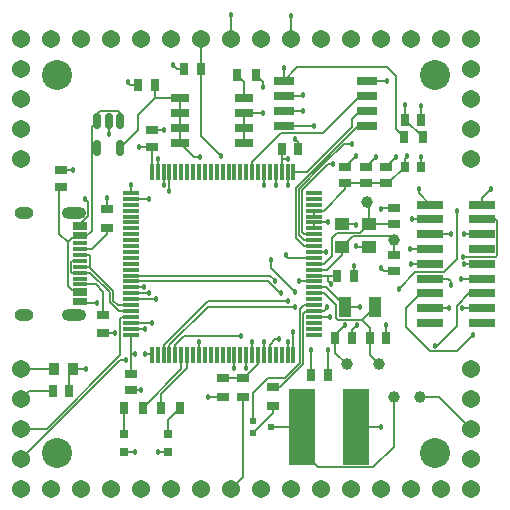
<source format=gbr>
%TF.GenerationSoftware,KiCad,Pcbnew,8.0.6-8.0.6-0~ubuntu24.04.1*%
%TF.CreationDate,2024-10-23T10:12:53-04:00*%
%TF.ProjectId,ta-expt-v2,74612d65-7870-4742-9d76-322e6b696361,rev?*%
%TF.SameCoordinates,Original*%
%TF.FileFunction,Copper,L1,Top*%
%TF.FilePolarity,Positive*%
%FSLAX46Y46*%
G04 Gerber Fmt 4.6, Leading zero omitted, Abs format (unit mm)*
G04 Created by KiCad (PCBNEW 8.0.6-8.0.6-0~ubuntu24.04.1) date 2024-10-23 10:12:53*
%MOMM*%
%LPD*%
G01*
G04 APERTURE LIST*
G04 Aperture macros list*
%AMRoundRect*
0 Rectangle with rounded corners*
0 $1 Rounding radius*
0 $2 $3 $4 $5 $6 $7 $8 $9 X,Y pos of 4 corners*
0 Add a 4 corners polygon primitive as box body*
4,1,4,$2,$3,$4,$5,$6,$7,$8,$9,$2,$3,0*
0 Add four circle primitives for the rounded corners*
1,1,$1+$1,$2,$3*
1,1,$1+$1,$4,$5*
1,1,$1+$1,$6,$7*
1,1,$1+$1,$8,$9*
0 Add four rect primitives between the rounded corners*
20,1,$1+$1,$2,$3,$4,$5,0*
20,1,$1+$1,$4,$5,$6,$7,0*
20,1,$1+$1,$6,$7,$8,$9,0*
20,1,$1+$1,$8,$9,$2,$3,0*%
G04 Aperture macros list end*
%TA.AperFunction,SMDPad,CuDef*%
%ADD10R,0.780000X0.990000*%
%TD*%
%TA.AperFunction,SMDPad,CuDef*%
%ADD11R,1.525000X0.650000*%
%TD*%
%TA.AperFunction,SMDPad,CuDef*%
%ADD12C,1.000000*%
%TD*%
%TA.AperFunction,SMDPad,CuDef*%
%ADD13R,1.000000X0.800000*%
%TD*%
%TA.AperFunction,SMDPad,CuDef*%
%ADD14R,0.800000X1.000000*%
%TD*%
%TA.AperFunction,SMDPad,CuDef*%
%ADD15R,0.800000X0.800000*%
%TD*%
%TA.AperFunction,SMDPad,CuDef*%
%ADD16R,0.990000X0.780000*%
%TD*%
%TA.AperFunction,SMDPad,CuDef*%
%ADD17R,0.630000X0.480000*%
%TD*%
%TA.AperFunction,SMDPad,CuDef*%
%ADD18R,2.300000X0.700000*%
%TD*%
%TA.AperFunction,SMDPad,CuDef*%
%ADD19R,1.150000X0.300000*%
%TD*%
%TA.AperFunction,ComponentPad*%
%ADD20O,2.100000X1.000000*%
%TD*%
%TA.AperFunction,ComponentPad*%
%ADD21O,1.600000X1.000000*%
%TD*%
%TA.AperFunction,SMDPad,CuDef*%
%ADD22R,1.475000X0.300000*%
%TD*%
%TA.AperFunction,SMDPad,CuDef*%
%ADD23R,0.300000X1.475000*%
%TD*%
%TA.AperFunction,ComponentPad*%
%ADD24C,1.540000*%
%TD*%
%TA.AperFunction,SMDPad,CuDef*%
%ADD25R,0.750000X0.940000*%
%TD*%
%TA.AperFunction,SMDPad,CuDef*%
%ADD26R,1.300000X1.100000*%
%TD*%
%TA.AperFunction,SMDPad,CuDef*%
%ADD27RoundRect,0.150000X-0.150000X0.512500X-0.150000X-0.512500X0.150000X-0.512500X0.150000X0.512500X0*%
%TD*%
%TA.AperFunction,SMDPad,CuDef*%
%ADD28R,2.300000X6.400000*%
%TD*%
%TA.AperFunction,SMDPad,CuDef*%
%ADD29R,1.000000X1.800000*%
%TD*%
%TA.AperFunction,SMDPad,CuDef*%
%ADD30R,1.785000X0.650000*%
%TD*%
%TA.AperFunction,ComponentPad*%
%ADD31C,2.540000*%
%TD*%
%TA.AperFunction,SMDPad,CuDef*%
%ADD32R,0.900000X1.000000*%
%TD*%
%TA.AperFunction,ViaPad*%
%ADD33C,0.457200*%
%TD*%
%TA.AperFunction,Conductor*%
%ADD34C,0.127000*%
%TD*%
%TA.AperFunction,Conductor*%
%ADD35C,0.203200*%
%TD*%
G04 APERTURE END LIST*
D10*
%TO.P,C4,1*%
%TO.N,Net-(IC3-PC15-OSC32_OUT)*%
X162550000Y-114300000D03*
%TO.P,C4,2*%
%TO.N,GND*%
X163950000Y-114300000D03*
%TD*%
D11*
%TO.P,IC2,1,S_1*%
%TO.N,/VDD_FILT*%
X154824000Y-97750000D03*
%TO.P,IC2,2,S_2*%
X154824000Y-96480000D03*
%TO.P,IC2,3,S_3*%
X154824000Y-95210000D03*
%TO.P,IC2,4,G*%
%TO.N,Net-(IC2-G)*%
X154824000Y-93940000D03*
%TO.P,IC2,5,D_1*%
%TO.N,/LDO_OUT*%
X149400000Y-93940000D03*
%TO.P,IC2,6,D_2*%
X149400000Y-95210000D03*
%TO.P,IC2,7,D_3*%
X149400000Y-96480000D03*
%TO.P,IC2,8,D_4*%
X149400000Y-97750000D03*
%TD*%
D12*
%TO.P,TP3,1*%
%TO.N,Net-(IC3-PC15-OSC32_OUT)*%
X163500000Y-116500000D03*
%TD*%
%TO.P,TP5,1*%
%TO.N,Net-(IC1-A1{slash}K2)*%
X167500000Y-119250000D03*
%TD*%
D10*
%TO.P,C14,1*%
%TO.N,GND*%
X159400000Y-98300000D03*
%TO.P,C14,2*%
%TO.N,/VDD_FILT*%
X158000000Y-98300000D03*
%TD*%
D13*
%TO.P,R6,1*%
%TO.N,/BOOT0*%
X154700000Y-119250000D03*
%TO.P,R6,2*%
%TO.N,Net-(IC3-PH3-BOOT0)*%
X154700000Y-117650000D03*
%TD*%
D14*
%TO.P,R7,1*%
%TO.N,/VDD_FILT*%
X169950000Y-97300000D03*
%TO.P,R7,2*%
%TO.N,/QUADSPI_BK2_NCS*%
X168350000Y-97300000D03*
%TD*%
D12*
%TO.P,TP1,1*%
%TO.N,Net-(IC3-PH1-OSC_OUT)*%
X165250000Y-102750000D03*
%TD*%
D13*
%TO.P,R3,1*%
%TO.N,Net-(IC1-K1)*%
X157250000Y-120050000D03*
%TO.P,R3,2*%
%TO.N,/LDO_OUT*%
X157250000Y-118450000D03*
%TD*%
D15*
%TO.P,LED2,1,K*%
%TO.N,GND*%
X148350000Y-123900000D03*
%TO.P,LED2,2,A*%
%TO.N,Net-(LED2-A)*%
X148350000Y-122400000D03*
%TD*%
D10*
%TO.P,C19,1*%
%TO.N,/LDO_OUT*%
X147250000Y-92850000D03*
%TO.P,C19,2*%
%TO.N,GND*%
X145850000Y-92850000D03*
%TD*%
D14*
%TO.P,R4,1*%
%TO.N,/Control*%
X155800000Y-92000000D03*
%TO.P,R4,2*%
%TO.N,Net-(IC2-G)*%
X154200000Y-92000000D03*
%TD*%
D16*
%TO.P,C9,1*%
%TO.N,/VDD_FILT*%
X165100000Y-101200000D03*
%TO.P,C9,2*%
%TO.N,GND*%
X165100000Y-99800000D03*
%TD*%
D17*
%TO.P,IC1,1,A2*%
%TO.N,/V_BAT*%
X155545000Y-121350000D03*
%TO.P,IC1,2,K1*%
%TO.N,Net-(IC1-K1)*%
X155545000Y-122350000D03*
%TO.P,IC1,3,A1/K2*%
%TO.N,Net-(IC1-A1{slash}K2)*%
X157055000Y-121850000D03*
%TD*%
D18*
%TO.P,J5,1,1*%
%TO.N,unconnected-(J5-Pad1)*%
X170575000Y-113000000D03*
%TO.P,J5,2,2*%
%TO.N,unconnected-(J5-Pad2)*%
X174925000Y-113000000D03*
%TO.P,J5,3,3*%
%TO.N,/DCMI_D3*%
X170575000Y-111750000D03*
%TO.P,J5,4,4*%
%TO.N,/DCMI_D2*%
X174925000Y-111750000D03*
%TO.P,J5,5,5*%
%TO.N,/DCMI_D5*%
X170575000Y-110500000D03*
%TO.P,J5,6,6*%
%TO.N,/DCMI_D4*%
X174925000Y-110500000D03*
%TO.P,J5,7,7*%
%TO.N,/DCMI_D7*%
X170575000Y-109250000D03*
%TO.P,J5,8,8*%
%TO.N,/DCMI_D6*%
X174925000Y-109250000D03*
%TO.P,J5,9,9*%
%TO.N,/DCMI_D9*%
X170575000Y-108000000D03*
%TO.P,J5,10,10*%
%TO.N,/DCMI_D8*%
X174925000Y-108000000D03*
%TO.P,J5,11,11*%
%TO.N,/DCMI_PIXCLK*%
X170575000Y-106750000D03*
%TO.P,J5,12,12*%
%TO.N,unconnected-(J5-Pad12)*%
X174925000Y-106750000D03*
%TO.P,J5,13,13*%
%TO.N,/DCMI_VSYNC*%
X170575000Y-105500000D03*
%TO.P,J5,14,14*%
%TO.N,/DCMI_HSYNC*%
X174925000Y-105500000D03*
%TO.P,J5,15,15*%
%TO.N,/I2C3_SCL*%
X170575000Y-104250000D03*
%TO.P,J5,16,16*%
%TO.N,/I2C3_SDA*%
X174925000Y-104250000D03*
%TO.P,J5,17,17*%
%TO.N,/VDD_FILT*%
X170575000Y-103000000D03*
%TO.P,J5,18,18*%
%TO.N,GND*%
X174925000Y-103000000D03*
%TD*%
D19*
%TO.P,J3,A1,GND*%
%TO.N,GND*%
X140955000Y-104650000D03*
%TO.P,J3,A4,VBUS*%
%TO.N,/VBUS*%
X140955000Y-105450000D03*
%TO.P,J3,A5,CC1*%
%TO.N,Net-(J3-CC1)*%
X140955000Y-106750000D03*
%TO.P,J3,A6,D+*%
%TO.N,/D+*%
X140955000Y-107750000D03*
%TO.P,J3,A7,D-*%
%TO.N,/D-*%
X140955000Y-108250000D03*
%TO.P,J3,A8,SBU1*%
%TO.N,unconnected-(J3-SBU1-PadA8)*%
X140955000Y-109250000D03*
%TO.P,J3,A9,VBUS*%
%TO.N,/VBUS*%
X140955000Y-110550000D03*
%TO.P,J3,A12,GND*%
%TO.N,GND*%
X140955000Y-111350000D03*
%TO.P,J3,B1,GND*%
X140955000Y-111050000D03*
%TO.P,J3,B4,VBUS*%
%TO.N,/VBUS*%
X140955000Y-110250000D03*
%TO.P,J3,B5,CC2*%
%TO.N,Net-(J3-CC2)*%
X140955000Y-109750000D03*
%TO.P,J3,B6,D+*%
%TO.N,/D+*%
X140955000Y-108750000D03*
%TO.P,J3,B7,D-*%
%TO.N,/D-*%
X140955000Y-107250000D03*
%TO.P,J3,B8,SBU2*%
%TO.N,unconnected-(J3-SBU2-PadB8)*%
X140955000Y-106250000D03*
%TO.P,J3,B9,VBUS*%
%TO.N,/VBUS*%
X140955000Y-105750000D03*
%TO.P,J3,B12,GND*%
%TO.N,GND*%
X140955000Y-104950000D03*
D20*
%TO.P,J3,S1,SHIELD*%
%TO.N,unconnected-(J3-SHIELD-PadS1)*%
X140390000Y-103680000D03*
D21*
X136210000Y-103680000D03*
D20*
X140390000Y-112320000D03*
D21*
X136210000Y-112320000D03*
%TD*%
D16*
%TO.P,C6,1*%
%TO.N,Net-(IC3-PH0-OSC_IN)*%
X167500000Y-107250000D03*
%TO.P,C6,2*%
%TO.N,GND*%
X167500000Y-108650000D03*
%TD*%
D10*
%TO.P,C10,1*%
%TO.N,/NRST*%
X151150000Y-91550000D03*
%TO.P,C10,2*%
%TO.N,GND*%
X149750000Y-91550000D03*
%TD*%
D16*
%TO.P,C7,1*%
%TO.N,/VDD_FILT*%
X166800000Y-101200000D03*
%TO.P,C7,2*%
%TO.N,GND*%
X166800000Y-99800000D03*
%TD*%
D22*
%TO.P,IC3,1,PE2*%
%TO.N,unconnected-(IC3-PE2-Pad1)*%
X160738000Y-114000000D03*
%TO.P,IC3,2,PE3*%
%TO.N,unconnected-(IC3-PE3-Pad2)*%
X160738000Y-113500000D03*
%TO.P,IC3,3,PE4*%
%TO.N,unconnected-(IC3-PE4-Pad3)*%
X160738000Y-113000000D03*
%TO.P,IC3,4,PE5*%
%TO.N,/Control*%
X160738000Y-112500000D03*
%TO.P,IC3,5,PE6*%
%TO.N,/LDO_OUT*%
X160738000Y-112000000D03*
%TO.P,IC3,6,VBAT*%
%TO.N,/V_BAT*%
X160738000Y-111500000D03*
%TO.P,IC3,7,PC13*%
%TO.N,unconnected-(IC3-PC13-Pad7)*%
X160738000Y-111000000D03*
%TO.P,IC3,8,PC14-OSC32_IN*%
%TO.N,Net-(IC3-PC14-OSC32_IN)*%
X160738000Y-110500000D03*
%TO.P,IC3,9,PC15-OSC32_OUT*%
%TO.N,Net-(IC3-PC15-OSC32_OUT)*%
X160738000Y-110000000D03*
%TO.P,IC3,10,VSS_1*%
%TO.N,GND*%
X160738000Y-109500000D03*
%TO.P,IC3,11,VDD_1*%
%TO.N,/VDD_FILT*%
X160738000Y-109000000D03*
%TO.P,IC3,12,PH0-OSC_IN*%
%TO.N,Net-(IC3-PH0-OSC_IN)*%
X160738000Y-108500000D03*
%TO.P,IC3,13,PH1-OSC_OUT*%
%TO.N,Net-(IC3-PH1-OSC_OUT)*%
X160738000Y-108000000D03*
%TO.P,IC3,14,NRST*%
%TO.N,/NRST*%
X160738000Y-107500000D03*
%TO.P,IC3,15,PC0*%
%TO.N,/I2C3_SCL*%
X160738000Y-107000000D03*
%TO.P,IC3,16,PC1*%
%TO.N,/QUADSPI_BK2_IO0*%
X160738000Y-106500000D03*
%TO.P,IC3,17,PC2*%
%TO.N,/QUADSPI_BK2_IO1*%
X160738000Y-106000000D03*
%TO.P,IC3,18,PC3*%
%TO.N,/QUADSPI_BK2_IO2*%
X160738000Y-105500000D03*
%TO.P,IC3,19,VSSA*%
%TO.N,GND*%
X160738000Y-105000000D03*
%TO.P,IC3,20,VREF-*%
X160738000Y-104500000D03*
%TO.P,IC3,21,VREF+*%
%TO.N,/VDD_FILT*%
X160738000Y-104000000D03*
%TO.P,IC3,22,VDDA*%
X160738000Y-103500000D03*
%TO.P,IC3,23,PA0*%
%TO.N,unconnected-(IC3-PA0-Pad23)*%
X160738000Y-103000000D03*
%TO.P,IC3,24,PA1*%
%TO.N,unconnected-(IC3-PA1-Pad24)*%
X160738000Y-102500000D03*
%TO.P,IC3,25,PA2*%
%TO.N,unconnected-(IC3-PA2-Pad25)*%
X160738000Y-102000000D03*
D23*
%TO.P,IC3,26,PA3*%
%TO.N,/QUADSPI_CLK*%
X159000000Y-100262000D03*
%TO.P,IC3,27,VSS_2*%
%TO.N,GND*%
X158500000Y-100262000D03*
%TO.P,IC3,28,VDD_2*%
%TO.N,/VDD_FILT*%
X158000000Y-100262000D03*
%TO.P,IC3,29,PA4*%
%TO.N,/DCMI_HSYNC*%
X157500000Y-100262000D03*
%TO.P,IC3,30,PA5*%
%TO.N,unconnected-(IC3-PA5-Pad30)*%
X157000000Y-100262000D03*
%TO.P,IC3,31,PA6*%
%TO.N,/DCMI_PIXCLK*%
X156500000Y-100262000D03*
%TO.P,IC3,32,PA7*%
%TO.N,unconnected-(IC3-PA7-Pad32)*%
X156000000Y-100262000D03*
%TO.P,IC3,33,PC4*%
%TO.N,/QUADSPI_BK2_IO3*%
X155500000Y-100262000D03*
%TO.P,IC3,34,PC5*%
%TO.N,unconnected-(IC3-PC5-Pad34)*%
X155000000Y-100262000D03*
%TO.P,IC3,35,PB0*%
%TO.N,unconnected-(IC3-PB0-Pad35)*%
X154500000Y-100262000D03*
%TO.P,IC3,36,PB1*%
%TO.N,unconnected-(IC3-PB1-Pad36)*%
X154000000Y-100262000D03*
%TO.P,IC3,37,PB2*%
%TO.N,unconnected-(IC3-PB2-Pad37)*%
X153500000Y-100262000D03*
%TO.P,IC3,38,PE7*%
%TO.N,unconnected-(IC3-PE7-Pad38)*%
X153000000Y-100262000D03*
%TO.P,IC3,39,PE8*%
%TO.N,unconnected-(IC3-PE8-Pad39)*%
X152500000Y-100262000D03*
%TO.P,IC3,40,PE9*%
%TO.N,unconnected-(IC3-PE9-Pad40)*%
X152000000Y-100262000D03*
%TO.P,IC3,41,PE10*%
%TO.N,unconnected-(IC3-PE10-Pad41)*%
X151500000Y-100262000D03*
%TO.P,IC3,42,PE11*%
%TO.N,unconnected-(IC3-PE11-Pad42)*%
X151000000Y-100262000D03*
%TO.P,IC3,43,PE12*%
%TO.N,unconnected-(IC3-PE12-Pad43)*%
X150500000Y-100262000D03*
%TO.P,IC3,44,PE13*%
%TO.N,unconnected-(IC3-PE13-Pad44)*%
X150000000Y-100262000D03*
%TO.P,IC3,45,PE14*%
%TO.N,unconnected-(IC3-PE14-Pad45)*%
X149500000Y-100262000D03*
%TO.P,IC3,46,PE15*%
%TO.N,unconnected-(IC3-PE15-Pad46)*%
X149000000Y-100262000D03*
%TO.P,IC3,47,PB10*%
%TO.N,/LPUART_RX*%
X148500000Y-100262000D03*
%TO.P,IC3,48,PB11*%
%TO.N,/LPUART_TX*%
X148000000Y-100262000D03*
%TO.P,IC3,49,VSS_3*%
%TO.N,GND*%
X147500000Y-100262000D03*
%TO.P,IC3,50,VDD_3*%
%TO.N,/VDD_FILT*%
X147000000Y-100262000D03*
D22*
%TO.P,IC3,51,PB12*%
%TO.N,/LPUART_RTS*%
X145262000Y-102000000D03*
%TO.P,IC3,52,PB13*%
%TO.N,/LPUART_CTS*%
X145262000Y-102500000D03*
%TO.P,IC3,53,PB14*%
%TO.N,unconnected-(IC3-PB14-Pad53)*%
X145262000Y-103000000D03*
%TO.P,IC3,54,PB15*%
%TO.N,unconnected-(IC3-PB15-Pad54)*%
X145262000Y-103500000D03*
%TO.P,IC3,55,PD8*%
%TO.N,unconnected-(IC3-PD8-Pad55)*%
X145262000Y-104000000D03*
%TO.P,IC3,56,PD9*%
%TO.N,unconnected-(IC3-PD9-Pad56)*%
X145262000Y-104500000D03*
%TO.P,IC3,57,PD10*%
%TO.N,unconnected-(IC3-PD10-Pad57)*%
X145262000Y-105000000D03*
%TO.P,IC3,58,PD11*%
%TO.N,unconnected-(IC3-PD11-Pad58)*%
X145262000Y-105500000D03*
%TO.P,IC3,59,PD12*%
%TO.N,unconnected-(IC3-PD12-Pad59)*%
X145262000Y-106000000D03*
%TO.P,IC3,60,PD13*%
%TO.N,unconnected-(IC3-PD13-Pad60)*%
X145262000Y-106500000D03*
%TO.P,IC3,61,PD14*%
%TO.N,unconnected-(IC3-PD14-Pad61)*%
X145262000Y-107000000D03*
%TO.P,IC3,62,PD15*%
%TO.N,unconnected-(IC3-PD15-Pad62)*%
X145262000Y-107500000D03*
%TO.P,IC3,63,PC6*%
%TO.N,unconnected-(IC3-PC6-Pad63)*%
X145262000Y-108000000D03*
%TO.P,IC3,64,PC7*%
%TO.N,unconnected-(IC3-PC7-Pad64)*%
X145262000Y-108500000D03*
%TO.P,IC3,65,PC8*%
%TO.N,/DCMI_D2*%
X145262000Y-109000000D03*
%TO.P,IC3,66,PC9*%
%TO.N,/DCMI_D3*%
X145262000Y-109500000D03*
%TO.P,IC3,67,PA8*%
%TO.N,/USART1_CK*%
X145262000Y-110000000D03*
%TO.P,IC3,68,PA9*%
%TO.N,/USART1_TX*%
X145262000Y-110500000D03*
%TO.P,IC3,69,PA10*%
%TO.N,/USART1_RX*%
X145262000Y-111000000D03*
%TO.P,IC3,70,PA11*%
%TO.N,/D-*%
X145262000Y-111500000D03*
%TO.P,IC3,71,PA12*%
%TO.N,/D+*%
X145262000Y-112000000D03*
%TO.P,IC3,72,PA13*%
%TO.N,/SWDIO*%
X145262000Y-112500000D03*
%TO.P,IC3,73,VDDUSB*%
%TO.N,/VDD_FILT*%
X145262000Y-113000000D03*
%TO.P,IC3,74,VSS_4*%
%TO.N,GND*%
X145262000Y-113500000D03*
%TO.P,IC3,75,VDD_4*%
%TO.N,/VDD_FILT*%
X145262000Y-114000000D03*
D23*
%TO.P,IC3,76,PA14*%
%TO.N,/SWCLK*%
X147000000Y-115738000D03*
%TO.P,IC3,77,PA15*%
%TO.N,unconnected-(IC3-PA15-Pad77)*%
X147500000Y-115738000D03*
%TO.P,IC3,78,PC10*%
%TO.N,/DCMI_D8*%
X148000000Y-115738000D03*
%TO.P,IC3,79,PC11*%
%TO.N,/DCMI_D4*%
X148500000Y-115738000D03*
%TO.P,IC3,80,PC12*%
%TO.N,/DCMI_D9*%
X149000000Y-115738000D03*
%TO.P,IC3,81,PD0*%
%TO.N,/LED1*%
X149500000Y-115738000D03*
%TO.P,IC3,82,PD1*%
%TO.N,/LED2*%
X150000000Y-115738000D03*
%TO.P,IC3,83,PD2*%
%TO.N,unconnected-(IC3-PD2-Pad83)*%
X150500000Y-115738000D03*
%TO.P,IC3,84,PD3*%
%TO.N,/QUADSPI_BK2_NCS*%
X151000000Y-115738000D03*
%TO.P,IC3,85,PD4*%
%TO.N,unconnected-(IC3-PD4-Pad85)*%
X151500000Y-115738000D03*
%TO.P,IC3,86,PD5*%
%TO.N,unconnected-(IC3-PD5-Pad86)*%
X152000000Y-115738000D03*
%TO.P,IC3,87,PD6*%
%TO.N,unconnected-(IC3-PD6-Pad87)*%
X152500000Y-115738000D03*
%TO.P,IC3,88,PD7*%
%TO.N,unconnected-(IC3-PD7-Pad88)*%
X153000000Y-115738000D03*
%TO.P,IC3,89,PB3*%
%TO.N,unconnected-(IC3-PB3-Pad89)*%
X153500000Y-115738000D03*
%TO.P,IC3,90,PB4*%
%TO.N,/I2C3_SDA*%
X154000000Y-115738000D03*
%TO.P,IC3,91,PB5*%
%TO.N,unconnected-(IC3-PB5-Pad91)*%
X154500000Y-115738000D03*
%TO.P,IC3,92,PB6*%
%TO.N,/DCMI_D5*%
X155000000Y-115738000D03*
%TO.P,IC3,93,PB7*%
%TO.N,/DCMI_VSYNC*%
X155500000Y-115738000D03*
%TO.P,IC3,94,PH3-BOOT0*%
%TO.N,Net-(IC3-PH3-BOOT0)*%
X156000000Y-115738000D03*
%TO.P,IC3,95,PB8*%
%TO.N,/DCMI_D6*%
X156500000Y-115738000D03*
%TO.P,IC3,96,PB9*%
%TO.N,/DCMI_D7*%
X157000000Y-115738000D03*
%TO.P,IC3,97,PE0*%
%TO.N,unconnected-(IC3-PE0-Pad97)*%
X157500000Y-115738000D03*
%TO.P,IC3,98,PE1*%
%TO.N,unconnected-(IC3-PE1-Pad98)*%
X158000000Y-115738000D03*
%TO.P,IC3,99,VSS_5*%
%TO.N,GND*%
X158500000Y-115738000D03*
%TO.P,IC3,100,VDD_5*%
%TO.N,/VDD_FILT*%
X159000000Y-115738000D03*
%TD*%
D16*
%TO.P,C13,1*%
%TO.N,/VDD_FILT*%
X147000000Y-98100000D03*
%TO.P,C13,2*%
%TO.N,GND*%
X147000000Y-96700000D03*
%TD*%
D13*
%TO.P,R9,1*%
%TO.N,GND*%
X142900000Y-113900000D03*
%TO.P,R9,2*%
%TO.N,Net-(J3-CC2)*%
X142900000Y-112300000D03*
%TD*%
D24*
%TO.P,J7,1,Pin_1*%
%TO.N,VDD*%
X135950000Y-116890000D03*
%TO.P,J7,2,Pin_2*%
%TO.N,GND*%
X135950000Y-119430000D03*
%TO.P,J7,3,Pin_3*%
%TO.N,/SWDIO*%
X135950000Y-121970000D03*
%TO.P,J7,4,Pin_4*%
%TO.N,/SWCLK*%
X135950000Y-124510000D03*
%TD*%
D25*
%TO.P,C5,1*%
%TO.N,/VDD_FILT*%
X168400000Y-99800000D03*
%TO.P,C5,2*%
%TO.N,GND*%
X169800000Y-99800000D03*
%TD*%
D14*
%TO.P,R2,1*%
%TO.N,/LED2*%
X147800000Y-120200000D03*
%TO.P,R2,2*%
%TO.N,Net-(LED2-A)*%
X149400000Y-120200000D03*
%TD*%
%TO.P,R1,1*%
%TO.N,/LED1*%
X146250000Y-120200000D03*
%TO.P,R1,2*%
%TO.N,Net-(LED1-A)*%
X144650000Y-120200000D03*
%TD*%
D16*
%TO.P,C18,1*%
%TO.N,GND*%
X139350000Y-100100000D03*
%TO.P,C18,2*%
%TO.N,/VBUS*%
X139350000Y-101500000D03*
%TD*%
%TO.P,C16,1*%
%TO.N,GND*%
X145200000Y-118700000D03*
%TO.P,C16,2*%
%TO.N,/VDD_FILT*%
X145200000Y-117300000D03*
%TD*%
D24*
%TO.P,J8,1,Pin_1*%
%TO.N,unconnected-(J8-Pin_1-Pad1)*%
X135950000Y-127050000D03*
%TO.P,J8,2,Pin_2*%
%TO.N,unconnected-(J8-Pin_2-Pad2)*%
X138490000Y-127050000D03*
%TO.P,J8,3,Pin_3*%
%TO.N,unconnected-(J8-Pin_3-Pad3)*%
X141030000Y-127050000D03*
%TO.P,J8,4,Pin_4*%
%TO.N,unconnected-(J8-Pin_4-Pad4)*%
X143570000Y-127050000D03*
%TO.P,J8,5,Pin_5*%
%TO.N,unconnected-(J8-Pin_5-Pad5)*%
X146110000Y-127050000D03*
%TO.P,J8,6,Pin_6*%
%TO.N,unconnected-(J8-Pin_6-Pad6)*%
X148650000Y-127050000D03*
%TO.P,J8,7,Pin_7*%
%TO.N,unconnected-(J8-Pin_7-Pad7)*%
X151190000Y-127050000D03*
%TO.P,J8,8,Pin_8*%
%TO.N,/BOOT0*%
X153730000Y-127050000D03*
%TO.P,J8,9,Pin_9*%
%TO.N,/LPUART_CTS*%
X156270000Y-127050000D03*
%TO.P,J8,10,Pin_10*%
%TO.N,/LPUART_TX*%
X158810000Y-127050000D03*
%TO.P,J8,11,Pin_11*%
%TO.N,/LPUART_RX*%
X161350000Y-127050000D03*
%TO.P,J8,12,Pin_12*%
%TO.N,/LPUART_RTS*%
X163890000Y-127050000D03*
%TO.P,J8,13,Pin_13*%
%TO.N,unconnected-(J8-Pin_13-Pad13)*%
X166430000Y-127050000D03*
%TO.P,J8,14,Pin_14*%
%TO.N,unconnected-(J8-Pin_14-Pad14)*%
X168970000Y-127050000D03*
%TO.P,J8,15,Pin_15*%
%TO.N,unconnected-(J8-Pin_15-Pad15)*%
X171510000Y-127050000D03*
%TO.P,J8,16,Pin_16*%
%TO.N,unconnected-(J8-Pin_16-Pad16)*%
X174050000Y-127050000D03*
%TD*%
D15*
%TO.P,LED1,1,K*%
%TO.N,GND*%
X144650000Y-123900000D03*
%TO.P,LED1,2,A*%
%TO.N,Net-(LED1-A)*%
X144650000Y-122400000D03*
%TD*%
D16*
%TO.P,C12,1*%
%TO.N,/VDD_FILT*%
X163400000Y-101200000D03*
%TO.P,C12,2*%
%TO.N,GND*%
X163400000Y-99800000D03*
%TD*%
D12*
%TO.P,TP6,1*%
%TO.N,GND*%
X169750000Y-119250000D03*
%TD*%
D10*
%TO.P,C15,1*%
%TO.N,GND*%
X164100000Y-109000000D03*
%TO.P,C15,2*%
%TO.N,/VDD_FILT*%
X162700000Y-109000000D03*
%TD*%
D24*
%TO.P,J1,2,Pin_2*%
%TO.N,unconnected-(J1-Pin_2-Pad2)*%
X174050000Y-124510000D03*
%TO.P,J1,3,Pin_3*%
%TO.N,GND*%
X174050000Y-121970000D03*
%TO.P,J1,4,Pin_4*%
%TO.N,unconnected-(J1-Pin_4-Pad4)*%
X174050000Y-119430000D03*
%TO.P,J1,5,Pin_5*%
%TO.N,unconnected-(J1-Pin_5-Pad5)*%
X174050000Y-116890000D03*
%TD*%
D26*
%TO.P,Y1,1,CRYSTAL_1*%
%TO.N,Net-(IC3-PH0-OSC_IN)*%
X163100000Y-106575000D03*
%TO.P,Y1,2,GND_1*%
%TO.N,GND*%
X165400000Y-106575000D03*
%TO.P,Y1,3,CRYSTAL_2*%
%TO.N,Net-(IC3-PH1-OSC_OUT)*%
X165400000Y-104675000D03*
%TO.P,Y1,4,GND_2*%
%TO.N,GND*%
X163100000Y-104675000D03*
%TD*%
D13*
%TO.P,R8,1*%
%TO.N,GND*%
X143200000Y-103350000D03*
%TO.P,R8,2*%
%TO.N,Net-(J3-CC1)*%
X143200000Y-104950000D03*
%TD*%
D10*
%TO.P,C8,1*%
%TO.N,Net-(IC3-PC14-OSC32_IN)*%
X165450000Y-114300000D03*
%TO.P,C8,2*%
%TO.N,GND*%
X166850000Y-114300000D03*
%TD*%
%TO.P,C2,1*%
%TO.N,/VDD_FILT*%
X140000000Y-118800000D03*
%TO.P,C2,2*%
%TO.N,GND*%
X138600000Y-118800000D03*
%TD*%
D27*
%TO.P,U1,1,IN*%
%TO.N,/VBUS*%
X144300000Y-95925000D03*
%TO.P,U1,2,GND*%
%TO.N,GND*%
X143350000Y-95925000D03*
%TO.P,U1,3,EN*%
%TO.N,/VBUS*%
X142400000Y-95925000D03*
%TO.P,U1,4,NC*%
%TO.N,unconnected-(U1-NC-Pad4)*%
X142400000Y-98200000D03*
%TO.P,U1,5,OUT*%
%TO.N,/LDO_OUT*%
X144300000Y-98200000D03*
%TD*%
D28*
%TO.P,C1,1*%
%TO.N,Net-(IC1-A1{slash}K2)*%
X159700000Y-121850000D03*
%TO.P,C1,2*%
%TO.N,GND*%
X164300000Y-121850000D03*
%TD*%
D12*
%TO.P,TP4,1*%
%TO.N,Net-(IC3-PC14-OSC32_IN)*%
X166250000Y-116500000D03*
%TD*%
D24*
%TO.P,J2,1,Pin_1*%
%TO.N,unconnected-(J2-Pin_1-Pad1)*%
X135950000Y-99110000D03*
%TO.P,J2,2,Pin_2*%
%TO.N,GND*%
X135950000Y-96570000D03*
%TO.P,J2,3,Pin_3*%
%TO.N,unconnected-(J2-Pin_3-Pad3)*%
X135950000Y-94030000D03*
%TO.P,J2,4,Pin_4*%
%TO.N,unconnected-(J2-Pin_4-Pad4)*%
X135950000Y-91490000D03*
%TD*%
D12*
%TO.P,TP2,1*%
%TO.N,Net-(IC3-PH0-OSC_IN)*%
X167500000Y-106000000D03*
%TD*%
D16*
%TO.P,C3,1*%
%TO.N,Net-(IC3-PH1-OSC_OUT)*%
X167500000Y-104650000D03*
%TO.P,C3,2*%
%TO.N,GND*%
X167500000Y-103250000D03*
%TD*%
D10*
%TO.P,C11,1*%
%TO.N,GND*%
X161900000Y-117450000D03*
%TO.P,C11,2*%
%TO.N,/VDD_FILT*%
X160500000Y-117450000D03*
%TD*%
%TO.P,C17,1*%
%TO.N,/VDD_FILT*%
X168400000Y-95800000D03*
%TO.P,C17,2*%
%TO.N,GND*%
X169800000Y-95800000D03*
%TD*%
D29*
%TO.P,Y2,1,1*%
%TO.N,Net-(IC3-PC14-OSC32_IN)*%
X165875000Y-111650000D03*
%TO.P,Y2,2,2*%
%TO.N,Net-(IC3-PC15-OSC32_OUT)*%
X163325000Y-111650000D03*
%TD*%
D30*
%TO.P,IC4,1,CE#*%
%TO.N,/QUADSPI_BK2_NCS*%
X158168000Y-92495000D03*
%TO.P,IC4,2,SO(IO1)*%
%TO.N,/QUADSPI_BK2_IO1*%
X158168000Y-93765000D03*
%TO.P,IC4,3,WP#(IO2)*%
%TO.N,/QUADSPI_BK2_IO2*%
X158168000Y-95035000D03*
%TO.P,IC4,4,GND*%
%TO.N,GND*%
X158168000Y-96305000D03*
%TO.P,IC4,5,SI(IO0)*%
%TO.N,/QUADSPI_BK2_IO0*%
X165232000Y-96305000D03*
%TO.P,IC4,6,SCK*%
%TO.N,/QUADSPI_CLK*%
X165232000Y-95035000D03*
%TO.P,IC4,7,HOLD#_OR__RESET#(IO3)*%
%TO.N,/QUADSPI_BK2_IO3*%
X165232000Y-93765000D03*
%TO.P,IC4,8,VCC*%
%TO.N,/VDD_FILT*%
X165232000Y-92495000D03*
%TD*%
D31*
%TO.P,J6,1,Pin_1*%
%TO.N,GND*%
X139000000Y-92000000D03*
%TO.P,J6,2,Pin_2*%
X171000000Y-92000000D03*
%TO.P,J6,3,Pin_3*%
X139000000Y-124000000D03*
%TO.P,J6,4,Pin_4*%
X171000000Y-124000000D03*
%TD*%
D24*
%TO.P,J4,2,Pin_2*%
%TO.N,unconnected-(J4-Pin_2-Pad2)*%
X174050000Y-99110000D03*
%TO.P,J4,3,Pin_3*%
%TO.N,unconnected-(J4-Pin_3-Pad3)*%
X174050000Y-96570000D03*
%TO.P,J4,4,Pin_4*%
%TO.N,unconnected-(J4-Pin_4-Pad4)*%
X174050000Y-94030000D03*
%TO.P,J4,5,Pin_5*%
%TO.N,unconnected-(J4-Pin_5-Pad5)*%
X174050000Y-91490000D03*
%TD*%
%TO.P,J9,1,Pin_1*%
%TO.N,unconnected-(J9-Pin_1-Pad1)*%
X135950000Y-88950000D03*
%TO.P,J9,2,Pin_2*%
%TO.N,unconnected-(J9-Pin_2-Pad2)*%
X138490000Y-88950000D03*
%TO.P,J9,3,Pin_3*%
%TO.N,GND*%
X141030000Y-88950000D03*
%TO.P,J9,4,Pin_4*%
%TO.N,unconnected-(J9-Pin_4-Pad4)*%
X143570000Y-88950000D03*
%TO.P,J9,5,Pin_5*%
%TO.N,unconnected-(J9-Pin_5-Pad5)*%
X146110000Y-88950000D03*
%TO.P,J9,6,Pin_6*%
%TO.N,unconnected-(J9-Pin_6-Pad6)*%
X148650000Y-88950000D03*
%TO.P,J9,7,Pin_7*%
%TO.N,/NRST*%
X151190000Y-88950000D03*
%TO.P,J9,8,Pin_8*%
%TO.N,/USART1_CK*%
X153730000Y-88950000D03*
%TO.P,J9,9,Pin_9*%
%TO.N,/USART1_CTS*%
X156270000Y-88950000D03*
%TO.P,J9,10,Pin_10*%
%TO.N,/USART1_TX*%
X158810000Y-88950000D03*
%TO.P,J9,11,Pin_11*%
%TO.N,/USART1_RX*%
X161350000Y-88950000D03*
%TO.P,J9,12,Pin_12*%
%TO.N,/USART1_RTS*%
X163890000Y-88950000D03*
%TO.P,J9,13,Pin_13*%
%TO.N,unconnected-(J9-Pin_13-Pad13)*%
X166430000Y-88950000D03*
%TO.P,J9,14,Pin_14*%
%TO.N,unconnected-(J9-Pin_14-Pad14)*%
X168970000Y-88950000D03*
%TO.P,J9,15,Pin_15*%
%TO.N,unconnected-(J9-Pin_15-Pad15)*%
X171510000Y-88950000D03*
%TO.P,J9,16,Pin_16*%
%TO.N,unconnected-(J9-Pin_16-Pad16)*%
X174050000Y-88950000D03*
%TD*%
D32*
%TO.P,FB1,1,1*%
%TO.N,VDD*%
X138750000Y-116900000D03*
%TO.P,FB1,2,2*%
%TO.N,/VDD_FILT*%
X140350000Y-116900000D03*
%TD*%
D13*
%TO.P,R5,1*%
%TO.N,Net-(IC3-PH3-BOOT0)*%
X153050000Y-117650000D03*
%TO.P,R5,2*%
%TO.N,GND*%
X153050000Y-119250000D03*
%TD*%
D33*
%TO.N,GND*%
X143200000Y-102400000D03*
X169800000Y-98950000D03*
X146100000Y-118700000D03*
X164400000Y-113200000D03*
X175700000Y-101700000D03*
X166450000Y-103400000D03*
X165950000Y-98950000D03*
X142400000Y-111350000D03*
X166400000Y-121850000D03*
X167700000Y-98950000D03*
X140350000Y-100100000D03*
X164300000Y-98900000D03*
X147500000Y-99100000D03*
X166850000Y-113200000D03*
X143350000Y-97000000D03*
X158500000Y-114600000D03*
X161900000Y-104500000D03*
X159500000Y-109500000D03*
X148000000Y-96700000D03*
X161900000Y-115300000D03*
X158500000Y-101350000D03*
X166400000Y-108400000D03*
X146400000Y-113500000D03*
X164250000Y-106500000D03*
X160700000Y-96300000D03*
X151750000Y-119250000D03*
X147500000Y-123900000D03*
X144950000Y-92650000D03*
X145600000Y-123900000D03*
X169800000Y-94650000D03*
X143900000Y-113900000D03*
X164100000Y-108200000D03*
X159100000Y-97400000D03*
X148800000Y-91200000D03*
X141350000Y-102500000D03*
X164250000Y-104700000D03*
%TO.N,/VDD_FILT*%
X160500000Y-115300000D03*
X158500000Y-99150000D03*
X156400000Y-95200000D03*
X169600000Y-101650000D03*
X166900000Y-92500000D03*
X145950000Y-98100000D03*
X141450000Y-116900000D03*
X168400000Y-94600000D03*
X147050000Y-113000000D03*
X159000000Y-113750000D03*
X162150000Y-109750000D03*
X168650000Y-98850000D03*
X145600000Y-115600000D03*
%TO.N,Net-(IC3-PC15-OSC32_OUT)*%
X163400000Y-113200000D03*
X164600000Y-111650000D03*
%TO.N,/NRST*%
X158350000Y-107300000D03*
X152900000Y-98900000D03*
%TO.N,/LDO_OUT*%
X161850000Y-111700000D03*
X151050000Y-98950000D03*
X159150000Y-110400000D03*
X157075000Y-107725000D03*
%TO.N,/USART1_RX*%
X147350000Y-111000000D03*
%TO.N,/I2C3_SDA*%
X173350000Y-107400000D03*
X154000000Y-116850000D03*
%TO.N,/DCMI_VSYNC*%
X155500000Y-114650000D03*
X172350000Y-105500000D03*
%TO.N,/QUADSPI_BK2_IO2*%
X162330500Y-99569500D03*
X159800000Y-95050000D03*
%TO.N,/DCMI_D5*%
X155000000Y-116800000D03*
X174200000Y-114000000D03*
%TO.N,/LPUART_TX*%
X148000000Y-101350000D03*
%TO.N,/DCMI_D8*%
X158500000Y-111150000D03*
X173450000Y-108000000D03*
%TO.N,/LPUART_CTS*%
X146750000Y-102500000D03*
%TO.N,/USART1_TX*%
X146800000Y-110500000D03*
X158800000Y-87000000D03*
%TO.N,/DCMI_D7*%
X157750000Y-114400000D03*
X172300000Y-109800000D03*
%TO.N,/I2C3_SCL*%
X161750000Y-107000000D03*
X169000000Y-104250000D03*
%TO.N,/LPUART_RX*%
X148500000Y-101800000D03*
%TO.N,/Control*%
X172850000Y-103500000D03*
X167900000Y-110100000D03*
X162050000Y-112500000D03*
X156400000Y-93050000D03*
%TO.N,/SWCLK*%
X144800000Y-116150000D03*
X146400000Y-115600000D03*
%TO.N,/DCMI_D9*%
X154550000Y-114150000D03*
X168950000Y-108000000D03*
%TO.N,/USART1_CK*%
X146350000Y-110000000D03*
X153700000Y-86900000D03*
%TO.N,/DCMI_D4*%
X170950000Y-114950000D03*
X159100000Y-111650000D03*
%TO.N,/LPUART_RTS*%
X145250000Y-101300000D03*
%TO.N,/DCMI_PIXCLK*%
X168900000Y-106750000D03*
X156500000Y-101350000D03*
%TO.N,/DCMI_HSYNC*%
X157500000Y-101300000D03*
X173400000Y-105500000D03*
%TO.N,/DCMI_D2*%
X157400000Y-109450000D03*
X173250000Y-111750000D03*
%TO.N,/QUADSPI_BK2_IO1*%
X163950000Y-97850000D03*
X159800000Y-93750000D03*
%TO.N,/DCMI_D6*%
X156500000Y-114650000D03*
X173150000Y-109250000D03*
%TO.N,/DCMI_D3*%
X157900000Y-110500000D03*
X172200000Y-111750000D03*
%TO.N,/QUADSPI_BK2_NCS*%
X151000000Y-114600000D03*
X158200000Y-91400000D03*
%TD*%
D34*
%TO.N,Net-(IC1-A1{slash}K2)*%
X159700000Y-123900000D02*
X161040500Y-125240500D01*
X159700000Y-121850000D02*
X159700000Y-123900000D01*
X165759500Y-125240500D02*
X167500000Y-123500000D01*
X167500000Y-123500000D02*
X167500000Y-119250000D01*
X161040500Y-125240500D02*
X165759500Y-125240500D01*
X159700000Y-121850000D02*
X157055000Y-121850000D01*
%TO.N,GND*%
X165100000Y-99800000D02*
X165950000Y-98950000D01*
D35*
X174925000Y-103000000D02*
X174925000Y-102475000D01*
D34*
X169800000Y-99800000D02*
X169800000Y-98950000D01*
X142900000Y-113900000D02*
X143900000Y-113900000D01*
X149750000Y-91550000D02*
X149150000Y-91550000D01*
X138600000Y-118800000D02*
X136580000Y-118800000D01*
X163400000Y-99800000D02*
X164300000Y-98900000D01*
D35*
X174925000Y-102475000D02*
X175700000Y-101700000D01*
D34*
X141630500Y-103974500D02*
X141630500Y-102780500D01*
X143200000Y-103350000D02*
X143200000Y-102400000D01*
D35*
X161900000Y-104500000D02*
X160738000Y-104500000D01*
D34*
X171330000Y-119250000D02*
X174050000Y-121970000D01*
X160695000Y-96305000D02*
X158168000Y-96305000D01*
D35*
X160738000Y-104500000D02*
X160738000Y-105000000D01*
D34*
X158500000Y-100262000D02*
X158500000Y-101350000D01*
X145850000Y-92850000D02*
X145150000Y-92850000D01*
X167500000Y-103250000D02*
X166600000Y-103250000D01*
X169750000Y-119250000D02*
X171330000Y-119250000D01*
D35*
X164300000Y-121850000D02*
X166400000Y-121850000D01*
X161900000Y-115400000D02*
X161900000Y-115300000D01*
D34*
X145262000Y-113500000D02*
X146400000Y-113500000D01*
X159400000Y-98300000D02*
X159400000Y-97700000D01*
X164100000Y-109000000D02*
X164100000Y-108200000D01*
X145150000Y-92850000D02*
X144950000Y-92650000D01*
X166850000Y-113200000D02*
X166850000Y-113150000D01*
X164225000Y-104675000D02*
X164250000Y-104700000D01*
X136580000Y-118800000D02*
X135950000Y-119430000D01*
X148350000Y-123900000D02*
X147500000Y-123900000D01*
X166800000Y-99800000D02*
X166850000Y-99800000D01*
X160738000Y-109500000D02*
X159500000Y-109500000D01*
X153050000Y-119250000D02*
X151750000Y-119250000D01*
X167500000Y-108650000D02*
X166650000Y-108650000D01*
X140955000Y-111350000D02*
X142400000Y-111350000D01*
X144650000Y-123900000D02*
X145600000Y-123900000D01*
X140955000Y-104650000D02*
X141630500Y-103974500D01*
X166850000Y-114300000D02*
X166850000Y-113200000D01*
X139350000Y-100100000D02*
X140350000Y-100100000D01*
X163100000Y-104675000D02*
X164225000Y-104675000D01*
X160700000Y-96300000D02*
X160695000Y-96305000D01*
X163950000Y-113650000D02*
X164400000Y-113200000D01*
X149150000Y-91550000D02*
X148800000Y-91200000D01*
X140955000Y-111350000D02*
X140955000Y-111050000D01*
X165400000Y-106575000D02*
X164325000Y-106575000D01*
X163950000Y-114300000D02*
X163950000Y-113650000D01*
X147000000Y-96700000D02*
X148000000Y-96700000D01*
X145200000Y-118700000D02*
X146100000Y-118700000D01*
X169800000Y-95800000D02*
X169800000Y-94650000D01*
X141630500Y-102780500D02*
X141350000Y-102500000D01*
X147500000Y-100262000D02*
X147500000Y-99100000D01*
X143350000Y-95925000D02*
X143350000Y-97000000D01*
X159400000Y-97700000D02*
X159100000Y-97400000D01*
X166600000Y-103250000D02*
X166450000Y-103400000D01*
X166850000Y-99800000D02*
X167700000Y-98950000D01*
D35*
X161900000Y-117450000D02*
X161900000Y-115400000D01*
D34*
X166650000Y-108650000D02*
X166400000Y-108400000D01*
X164325000Y-106575000D02*
X164250000Y-106500000D01*
X158500000Y-115738000D02*
X158500000Y-114600000D01*
D35*
%TO.N,/VDD_FILT*%
X160500000Y-117450000D02*
X160500000Y-115300000D01*
D34*
X145262000Y-115600000D02*
X145600000Y-115600000D01*
X162700000Y-109000000D02*
X161900000Y-109000000D01*
D35*
X170575000Y-103000000D02*
X169600000Y-102025000D01*
D34*
X160738000Y-103500000D02*
X161602500Y-103500000D01*
X163400000Y-101702500D02*
X163400000Y-101200000D01*
X145262000Y-115600000D02*
X145262000Y-114000000D01*
X154824000Y-95210000D02*
X156390000Y-95210000D01*
X165100000Y-101200000D02*
X166800000Y-101200000D01*
X168400000Y-95800000D02*
X168450000Y-95800000D01*
X161900000Y-109000000D02*
X161900000Y-109500000D01*
X145200000Y-117200000D02*
X145262000Y-117138000D01*
X140350000Y-116900000D02*
X140350000Y-117100000D01*
X166800000Y-101200000D02*
X167000000Y-101200000D01*
X166895000Y-92495000D02*
X166900000Y-92500000D01*
X161602500Y-103500000D02*
X163400000Y-101702500D01*
X140350000Y-116900000D02*
X141450000Y-116900000D01*
X163400000Y-101200000D02*
X165100000Y-101200000D01*
X160738000Y-104000000D02*
X160738000Y-103500000D01*
X168450000Y-95800000D02*
X169950000Y-97300000D01*
X168400000Y-95800000D02*
X168400000Y-94600000D01*
X145262000Y-113000000D02*
X147050000Y-113000000D01*
X147000000Y-100262000D02*
X147000000Y-98100000D01*
X167000000Y-101200000D02*
X168400000Y-99800000D01*
X140350000Y-117100000D02*
X140000000Y-117450000D01*
X158000000Y-99150000D02*
X158500000Y-99150000D01*
X140000000Y-117450000D02*
X140000000Y-118800000D01*
X165232000Y-92495000D02*
X166895000Y-92495000D01*
X154824000Y-97750000D02*
X154824000Y-96480000D01*
X145200000Y-117300000D02*
X145200000Y-117200000D01*
X168400000Y-99800000D02*
X168400000Y-99100000D01*
X154824000Y-95210000D02*
X154824000Y-96480000D01*
X168400000Y-99100000D02*
X168650000Y-98850000D01*
X161900000Y-109500000D02*
X162150000Y-109750000D01*
D35*
X169600000Y-102025000D02*
X169600000Y-101650000D01*
D34*
X159000000Y-115738000D02*
X159000000Y-113750000D01*
X147000000Y-98100000D02*
X145950000Y-98100000D01*
X158000000Y-100262000D02*
X158000000Y-99150000D01*
X158000000Y-99150000D02*
X158000000Y-98300000D01*
X145262000Y-117138000D02*
X145262000Y-115600000D01*
X156390000Y-95210000D02*
X156400000Y-95200000D01*
X161900000Y-109000000D02*
X160738000Y-109000000D01*
%TO.N,Net-(IC3-PH1-OSC_OUT)*%
X162259500Y-105834500D02*
X162678500Y-105415500D01*
X165425000Y-104650000D02*
X165400000Y-104675000D01*
X160738000Y-108000000D02*
X161602500Y-108000000D01*
X162259500Y-107343000D02*
X162259500Y-105834500D01*
X165400000Y-104675000D02*
X165400000Y-102900000D01*
X162678500Y-105415500D02*
X164659500Y-105415500D01*
X164659500Y-105415500D02*
X165400000Y-104675000D01*
X161602500Y-108000000D02*
X162259500Y-107343000D01*
X165400000Y-102900000D02*
X165250000Y-102750000D01*
X167500000Y-104650000D02*
X165425000Y-104650000D01*
%TO.N,Net-(IC3-PC15-OSC32_OUT)*%
X162550000Y-114050000D02*
X163400000Y-113200000D01*
X161777038Y-110000000D02*
X163325000Y-111547962D01*
X160738000Y-110000000D02*
X161777038Y-110000000D01*
X162550000Y-115550000D02*
X163500000Y-116500000D01*
X162550000Y-114300000D02*
X162550000Y-115550000D01*
X163325000Y-111547962D02*
X163325000Y-111650000D01*
X164600000Y-111650000D02*
X163325000Y-111650000D01*
X162550000Y-114300000D02*
X162550000Y-114050000D01*
%TO.N,Net-(IC3-PH0-OSC_IN)*%
X167434500Y-107315500D02*
X167500000Y-107250000D01*
X167500000Y-106000000D02*
X167500000Y-107250000D01*
X167169500Y-105669500D02*
X167500000Y-106000000D01*
X164005500Y-105669500D02*
X167169500Y-105669500D01*
X163100000Y-106575000D02*
X164005500Y-105669500D01*
X163100000Y-107252000D02*
X161852000Y-108500000D01*
X163100000Y-106575000D02*
X163100000Y-107252000D01*
X161852000Y-108500000D02*
X160738000Y-108500000D01*
%TO.N,Net-(IC3-PC14-OSC32_IN)*%
X165450000Y-115700000D02*
X166250000Y-116500000D01*
X161602500Y-110500000D02*
X162600000Y-111497500D01*
X165450000Y-113406000D02*
X164784500Y-112740500D01*
X162600000Y-111497500D02*
X162600000Y-112600000D01*
X162600000Y-112600000D02*
X162740500Y-112740500D01*
X164784500Y-112740500D02*
X165875000Y-111650000D01*
X160738000Y-110500000D02*
X161602500Y-110500000D01*
X165450000Y-114300000D02*
X165450000Y-115700000D01*
X165450000Y-114300000D02*
X165450000Y-113406000D01*
X162740500Y-112740500D02*
X164784500Y-112740500D01*
%TO.N,/NRST*%
X158550000Y-107500000D02*
X160738000Y-107500000D01*
X151150000Y-91550000D02*
X151150000Y-97150000D01*
X151150000Y-91550000D02*
X151150000Y-88990000D01*
X151150000Y-97150000D02*
X152900000Y-98900000D01*
X151150000Y-88990000D02*
X151190000Y-88950000D01*
X158350000Y-107300000D02*
X158550000Y-107500000D01*
%TO.N,/VBUS*%
X139149500Y-101700500D02*
X139149500Y-105448500D01*
X141380000Y-105750000D02*
X141909500Y-105220500D01*
X141909500Y-96415500D02*
X142400000Y-95925000D01*
X144300000Y-95925000D02*
X144300000Y-95262501D01*
X142400000Y-95300000D02*
X142400000Y-95925000D01*
X141909500Y-105220500D02*
X141909500Y-96415500D01*
X139350000Y-101500000D02*
X139149500Y-101700500D01*
X140955000Y-110250000D02*
X140253000Y-110250000D01*
X140955000Y-105750000D02*
X141380000Y-105750000D01*
X142628000Y-95072000D02*
X142400000Y-95300000D01*
X139149500Y-105448500D02*
X139900000Y-106199000D01*
X139900000Y-109897000D02*
X139900000Y-106199000D01*
X144300000Y-95262501D02*
X144109499Y-95072000D01*
X140955000Y-110250000D02*
X140955000Y-110550000D01*
X140500000Y-105450000D02*
X140955000Y-105450000D01*
X144109499Y-95072000D02*
X142628000Y-95072000D01*
X140349000Y-105750000D02*
X140955000Y-105750000D01*
X140955000Y-105750000D02*
X140955000Y-105450000D01*
X139900000Y-106199000D02*
X140349000Y-105750000D01*
X140253000Y-110250000D02*
X139900000Y-109897000D01*
%TO.N,/LDO_OUT*%
X145800000Y-96700000D02*
X144300000Y-98200000D01*
X147250000Y-92850000D02*
X147250000Y-93930000D01*
X147260000Y-93940000D02*
X145800000Y-95400000D01*
X161550000Y-112000000D02*
X160738000Y-112000000D01*
X159810000Y-116517000D02*
X159810000Y-112240000D01*
X157877000Y-118450000D02*
X159810000Y-116517000D01*
X149400000Y-97750000D02*
X149400000Y-96480000D01*
X159810000Y-112240000D02*
X160050000Y-112000000D01*
X149400000Y-97750000D02*
X150600000Y-98950000D01*
X157075000Y-108325000D02*
X159150000Y-110400000D01*
X150600000Y-98950000D02*
X151050000Y-98950000D01*
X157250000Y-118450000D02*
X157877000Y-118450000D01*
X149400000Y-93940000D02*
X149400000Y-95210000D01*
X160050000Y-112000000D02*
X160738000Y-112000000D01*
X149400000Y-97750000D02*
X149169500Y-97519500D01*
X145800000Y-95400000D02*
X145800000Y-96700000D01*
X157075000Y-107725000D02*
X157075000Y-108325000D01*
X161850000Y-111700000D02*
X161550000Y-112000000D01*
X147250000Y-93930000D02*
X147260000Y-93940000D01*
X149400000Y-93940000D02*
X147260000Y-93940000D01*
X149400000Y-95210000D02*
X149400000Y-96480000D01*
%TO.N,VDD*%
X135960000Y-116900000D02*
X135950000Y-116890000D01*
X138750000Y-116900000D02*
X135960000Y-116900000D01*
%TO.N,/V_BAT*%
X156816105Y-117683895D02*
X155545000Y-118955000D01*
X159556000Y-116411790D02*
X158283895Y-117683895D01*
X159873500Y-111500000D02*
X159556000Y-111817500D01*
X158283895Y-117683895D02*
X156816105Y-117683895D01*
X159556000Y-111817500D02*
X159556000Y-116411790D01*
X160738000Y-111500000D02*
X159873500Y-111500000D01*
X155545000Y-118955000D02*
X155545000Y-121350000D01*
%TO.N,Net-(IC1-K1)*%
X157250000Y-120645000D02*
X155545000Y-122350000D01*
X157250000Y-120050000D02*
X157250000Y-120645000D01*
%TO.N,Net-(IC2-G)*%
X154824000Y-93940000D02*
X154824000Y-92624000D01*
X154824000Y-92624000D02*
X154200000Y-92000000D01*
%TO.N,/USART1_RX*%
X145262000Y-111000000D02*
X147350000Y-111000000D01*
%TO.N,/I2C3_SDA*%
X154000000Y-115738000D02*
X154000000Y-116850000D01*
X173350000Y-107400000D02*
X176156000Y-107400000D01*
X176156000Y-107400000D02*
X176265500Y-107290500D01*
X176265500Y-107290500D02*
X176265500Y-104415500D01*
X176100000Y-104250000D02*
X174925000Y-104250000D01*
X176265500Y-104415500D02*
X176100000Y-104250000D01*
%TO.N,/QUADSPI_BK2_IO0*%
X159873500Y-106500000D02*
X159192000Y-105818500D01*
X164446080Y-96305000D02*
X165232000Y-96305000D01*
X160738000Y-106500000D02*
X159873500Y-106500000D01*
X159192000Y-105818500D02*
X159192000Y-101559080D01*
X159192000Y-101559080D02*
X164446080Y-96305000D01*
%TO.N,/DCMI_VSYNC*%
X172350000Y-105500000D02*
X170575000Y-105500000D01*
X155500000Y-115738000D02*
X155500000Y-114650000D01*
%TO.N,/QUADSPI_BK2_IO2*%
X159873500Y-105500000D02*
X160738000Y-105500000D01*
X161900000Y-99569500D02*
X162330500Y-99569500D01*
X159700000Y-105326500D02*
X159873500Y-105500000D01*
X161900000Y-99569500D02*
X159700000Y-101769500D01*
X159785000Y-95035000D02*
X158168000Y-95035000D01*
X159700000Y-101769500D02*
X159700000Y-105326500D01*
X159800000Y-95050000D02*
X159785000Y-95035000D01*
%TO.N,/DCMI_D5*%
X168550000Y-111725000D02*
X169775000Y-110500000D01*
X155000000Y-115738000D02*
X155000000Y-116800000D01*
X169775000Y-110500000D02*
X170575000Y-110500000D01*
X170590500Y-115390500D02*
X168550000Y-113350000D01*
X174200000Y-114000000D02*
X172809500Y-115390500D01*
X172809500Y-115390500D02*
X170590500Y-115390500D01*
X168550000Y-113350000D02*
X168550000Y-111725000D01*
%TO.N,/LPUART_TX*%
X148000000Y-100262000D02*
X148000000Y-101350000D01*
%TO.N,/DCMI_D8*%
X173450000Y-108000000D02*
X174925000Y-108000000D01*
X148000000Y-114873500D02*
X151723500Y-111150000D01*
X148000000Y-115738000D02*
X148000000Y-114873500D01*
X151723500Y-111150000D02*
X158500000Y-111150000D01*
X158500000Y-111150000D02*
X158550000Y-111150000D01*
%TO.N,/D-*%
X141657000Y-108250000D02*
X143750000Y-110343000D01*
X140955000Y-108250000D02*
X141657000Y-108250000D01*
X141750000Y-108157000D02*
X141750000Y-107350000D01*
X141750000Y-107350000D02*
X141650000Y-107250000D01*
X144100000Y-111500000D02*
X145262000Y-111500000D01*
X141657000Y-108250000D02*
X141750000Y-108157000D01*
X143750000Y-110343000D02*
X143750000Y-111150000D01*
X141650000Y-107250000D02*
X140955000Y-107250000D01*
X143750000Y-111150000D02*
X144100000Y-111500000D01*
%TO.N,/QUADSPI_BK2_IO3*%
X161479500Y-96950000D02*
X157947500Y-96950000D01*
X165232000Y-93765000D02*
X164664500Y-93765000D01*
X157947500Y-96950000D02*
X155500000Y-99397500D01*
X155500000Y-99397500D02*
X155500000Y-100262000D01*
X164664500Y-93765000D02*
X161479500Y-96950000D01*
%TO.N,/LPUART_CTS*%
X145262000Y-102500000D02*
X146750000Y-102500000D01*
%TO.N,/USART1_TX*%
X145262000Y-110500000D02*
X146800000Y-110500000D01*
X158810000Y-87010000D02*
X158810000Y-88950000D01*
X158800000Y-87000000D02*
X158810000Y-87010000D01*
%TO.N,/DCMI_D7*%
X172300000Y-109800000D02*
X172300000Y-109500000D01*
X157000000Y-114873500D02*
X157473500Y-114400000D01*
X172050000Y-109250000D02*
X170575000Y-109250000D01*
X157000000Y-115738000D02*
X157000000Y-114873500D01*
X157473500Y-114400000D02*
X157750000Y-114400000D01*
X172300000Y-109500000D02*
X172050000Y-109250000D01*
%TO.N,/I2C3_SCL*%
X160738000Y-107000000D02*
X161750000Y-107000000D01*
X169000000Y-104250000D02*
X170575000Y-104250000D01*
%TO.N,/LPUART_RX*%
X148500000Y-100262000D02*
X148500000Y-101800000D01*
%TO.N,/Control*%
X172850000Y-107606000D02*
X171746500Y-108709500D01*
X171746500Y-108709500D02*
X169290500Y-108709500D01*
X162050000Y-112500000D02*
X160738000Y-112500000D01*
X156400000Y-92600000D02*
X156400000Y-93050000D01*
X155800000Y-92000000D02*
X156400000Y-92600000D01*
X169290500Y-108709500D02*
X167900000Y-110100000D01*
X172850000Y-103500000D02*
X172850000Y-107606000D01*
%TO.N,/SWCLK*%
X135950000Y-124510000D02*
X144310000Y-116150000D01*
X146862000Y-115600000D02*
X147000000Y-115738000D01*
X146400000Y-115600000D02*
X146862000Y-115600000D01*
X144310000Y-116150000D02*
X144800000Y-116150000D01*
%TO.N,/QUADSPI_CLK*%
X163945935Y-95753565D02*
X163945935Y-96445935D01*
X164664500Y-95035000D02*
X163945935Y-95753565D01*
X160129870Y-100262000D02*
X159000000Y-100262000D01*
X163945935Y-96445935D02*
X160129870Y-100262000D01*
X165232000Y-95035000D02*
X164664500Y-95035000D01*
%TO.N,/D+*%
X140253000Y-108750000D02*
X140189500Y-108686500D01*
X141797790Y-108750000D02*
X143473895Y-110426105D01*
X140955000Y-108750000D02*
X141797790Y-108750000D01*
X143473895Y-110426105D02*
X143473895Y-111233105D01*
X144240790Y-112000000D02*
X145262000Y-112000000D01*
X140250000Y-107750000D02*
X140955000Y-107750000D01*
X140189500Y-107810500D02*
X140250000Y-107750000D01*
X140189500Y-108686500D02*
X140189500Y-107810500D01*
X143473895Y-111233105D02*
X144240790Y-112000000D01*
X140955000Y-108750000D02*
X140253000Y-108750000D01*
%TO.N,/DCMI_D9*%
X149000000Y-114873500D02*
X149723500Y-114150000D01*
X149723500Y-114150000D02*
X154550000Y-114150000D01*
X168950000Y-108000000D02*
X170575000Y-108000000D01*
X149000000Y-115738000D02*
X149000000Y-114873500D01*
%TO.N,Net-(IC3-PH3-BOOT0)*%
X154700000Y-117650000D02*
X154800000Y-117650000D01*
X156000000Y-116450000D02*
X156000000Y-115738000D01*
X154800000Y-117650000D02*
X156000000Y-116450000D01*
X154700000Y-117650000D02*
X153050000Y-117650000D01*
%TO.N,/USART1_CK*%
X145262000Y-110000000D02*
X146350000Y-110000000D01*
X153730000Y-86930000D02*
X153730000Y-88950000D01*
X153700000Y-86900000D02*
X153730000Y-86930000D01*
%TO.N,/DCMI_D4*%
X172809500Y-113299541D02*
X172809500Y-111540500D01*
X172809500Y-111540500D02*
X173850000Y-110500000D01*
X151723500Y-111650000D02*
X159100000Y-111650000D01*
X170950000Y-114950000D02*
X171159041Y-114950000D01*
X148500000Y-115738000D02*
X148500000Y-114873500D01*
X148500000Y-114873500D02*
X151723500Y-111650000D01*
X173850000Y-110500000D02*
X174925000Y-110500000D01*
X171159041Y-114950000D02*
X172809500Y-113299541D01*
%TO.N,/LED1*%
X149500000Y-116950000D02*
X149500000Y-115738000D01*
X146250000Y-120200000D02*
X149500000Y-116950000D01*
%TO.N,/LPUART_RTS*%
X145262000Y-101312000D02*
X145250000Y-101300000D01*
X145262000Y-102000000D02*
X145262000Y-101312000D01*
%TO.N,/SWDIO*%
X144334000Y-115766790D02*
X144334000Y-112666000D01*
X138130790Y-121970000D02*
X144334000Y-115766790D01*
X144500000Y-112500000D02*
X145262000Y-112500000D01*
X144334000Y-112666000D02*
X144500000Y-112500000D01*
X135950000Y-121970000D02*
X138130790Y-121970000D01*
%TO.N,/DCMI_PIXCLK*%
X156500000Y-100262000D02*
X156500000Y-101350000D01*
X168900000Y-106750000D02*
X170575000Y-106750000D01*
%TO.N,/DCMI_HSYNC*%
X173400000Y-105500000D02*
X174925000Y-105500000D01*
X157500000Y-100262000D02*
X157500000Y-101300000D01*
%TO.N,/DCMI_D2*%
X173250000Y-111750000D02*
X174925000Y-111750000D01*
X157000000Y-109000000D02*
X157400000Y-109400000D01*
X145262000Y-109000000D02*
X157000000Y-109000000D01*
X157400000Y-109400000D02*
X157400000Y-109450000D01*
%TO.N,/QUADSPI_BK2_IO1*%
X159873500Y-106000000D02*
X159446000Y-105572500D01*
X159446000Y-101664290D02*
X161530145Y-99580145D01*
X159800000Y-93750000D02*
X159785000Y-93765000D01*
X159785000Y-93765000D02*
X158168000Y-93765000D01*
X159446000Y-105572500D02*
X159446000Y-101664290D01*
X160738000Y-106000000D02*
X159873500Y-106000000D01*
X161530145Y-99580145D02*
X163260290Y-97850000D01*
X163260290Y-97850000D02*
X163950000Y-97850000D01*
%TO.N,/DCMI_D6*%
X173150000Y-109250000D02*
X174925000Y-109250000D01*
X156500000Y-115738000D02*
X156500000Y-114650000D01*
%TO.N,/LED2*%
X150000000Y-116809210D02*
X150000000Y-115738000D01*
X147800000Y-119009210D02*
X150000000Y-116809210D01*
X147800000Y-120200000D02*
X147800000Y-119009210D01*
%TO.N,/DCMI_D3*%
X156827038Y-109500000D02*
X157827038Y-110500000D01*
X172200000Y-111750000D02*
X170575000Y-111750000D01*
X157827038Y-110500000D02*
X157900000Y-110500000D01*
X145262000Y-109500000D02*
X156827038Y-109500000D01*
%TO.N,Net-(J3-CC2)*%
X142900000Y-110400000D02*
X142250000Y-109750000D01*
X142250000Y-109750000D02*
X140955000Y-109750000D01*
X142900000Y-112300000D02*
X142900000Y-110400000D01*
%TO.N,Net-(J3-CC1)*%
X143200000Y-104950000D02*
X143200000Y-105477000D01*
X143200000Y-105477000D02*
X141927000Y-106750000D01*
X141927000Y-106750000D02*
X140955000Y-106750000D01*
%TO.N,/BOOT0*%
X154700000Y-119250000D02*
X154700000Y-126080000D01*
X154700000Y-126080000D02*
X153730000Y-127050000D01*
%TO.N,Net-(LED1-A)*%
X144650000Y-120200000D02*
X144650000Y-122400000D01*
%TO.N,Net-(LED2-A)*%
X148350000Y-121250000D02*
X148350000Y-122400000D01*
X149400000Y-120200000D02*
X148350000Y-121250000D01*
%TO.N,/QUADSPI_BK2_NCS*%
X158200000Y-91400000D02*
X158200000Y-92463000D01*
X151000000Y-115738000D02*
X151000000Y-114600000D01*
X158200000Y-92463000D02*
X158168000Y-92495000D01*
X168350000Y-97300000D02*
X167650000Y-96600000D01*
X167650000Y-96600000D02*
X167650000Y-92100000D01*
X166900000Y-91350000D02*
X159313000Y-91350000D01*
X167650000Y-92100000D02*
X166900000Y-91350000D01*
X159313000Y-91350000D02*
X158168000Y-92495000D01*
%TD*%
M02*

</source>
